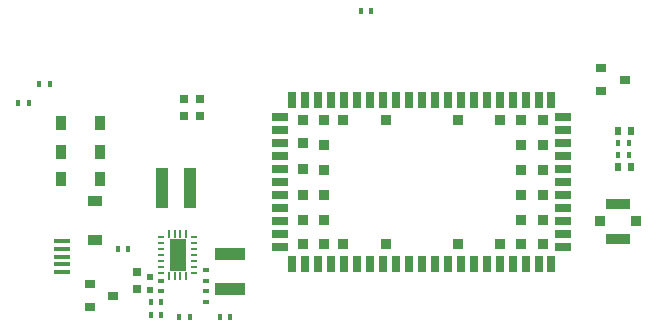
<source format=gbr>
G04 #@! TF.FileFunction,Paste,Top*
%FSLAX46Y46*%
G04 Gerber Fmt 4.6, Leading zero omitted, Abs format (unit mm)*
G04 Created by KiCad (PCBNEW 4.0.7) date Friday, December 01, 2017 'PMt' 04:26:45 PM*
%MOMM*%
%LPD*%
G01*
G04 APERTURE LIST*
%ADD10C,0.100000*%
%ADD11R,1.350000X0.400000*%
%ADD12R,0.600000X0.400000*%
%ADD13R,0.400000X0.600000*%
%ADD14R,0.647600X1.347600*%
%ADD15R,1.347600X0.647600*%
%ADD16R,0.947600X0.947600*%
%ADD17R,0.897600X0.847600*%
%ADD18R,2.047600X0.897600*%
%ADD19R,0.750000X0.800000*%
%ADD20R,0.500000X0.600000*%
%ADD21R,0.600000X0.700000*%
%ADD22R,0.900000X1.200000*%
%ADD23R,1.200000X0.900000*%
%ADD24R,0.980000X3.400000*%
%ADD25R,2.500000X1.000000*%
%ADD26O,0.600000X0.240000*%
%ADD27R,1.427600X2.697600*%
%ADD28R,0.200000X0.775000*%
%ADD29R,0.900000X0.800000*%
G04 APERTURE END LIST*
D10*
D11*
X126207500Y-108547500D03*
X126207500Y-109197500D03*
X126207500Y-109847500D03*
X126207500Y-110497500D03*
X126207500Y-111147500D03*
D12*
X138430000Y-110992500D03*
X138430000Y-111892500D03*
D13*
X152405500Y-89090500D03*
X151505500Y-89090500D03*
D14*
X167654500Y-96618500D03*
X166554500Y-96618500D03*
X165454500Y-96618500D03*
X164354500Y-96618500D03*
X163254500Y-96618500D03*
X162154500Y-96618500D03*
X161054500Y-96618500D03*
X159954500Y-96618500D03*
X158854500Y-96618500D03*
X157754500Y-96618500D03*
X156654500Y-96618500D03*
X155554500Y-96618500D03*
X154454500Y-96618500D03*
X153354500Y-96618500D03*
X152254500Y-96618500D03*
X151154500Y-96618500D03*
X150054500Y-96618500D03*
X148954500Y-96618500D03*
X147854500Y-96618500D03*
X146754500Y-96618500D03*
X145654500Y-96618500D03*
D15*
X144704500Y-98068500D03*
X144704500Y-99168500D03*
X144704500Y-100268500D03*
X144704500Y-101368500D03*
X144704500Y-102468500D03*
X144704500Y-103568500D03*
X144704500Y-104668500D03*
X144704500Y-105768500D03*
X144704500Y-106868500D03*
X144704500Y-107968500D03*
X144704500Y-109068500D03*
D14*
X145654500Y-110518500D03*
X146754500Y-110518500D03*
X147854500Y-110518500D03*
X148954500Y-110518500D03*
X150054500Y-110518500D03*
X151154500Y-110518500D03*
X152254500Y-110518500D03*
X153354500Y-110518500D03*
X154454500Y-110518500D03*
X155554500Y-110518500D03*
X156654500Y-110518500D03*
X157754500Y-110518500D03*
X158854500Y-110518500D03*
X159954500Y-110518500D03*
X161054500Y-110518500D03*
X162154500Y-110518500D03*
X163254500Y-110518500D03*
X164354500Y-110518500D03*
X165454500Y-110518500D03*
X166554500Y-110518500D03*
X167654500Y-110518500D03*
D15*
X168604500Y-109068500D03*
X168604500Y-107968500D03*
X168604500Y-106868500D03*
X168604500Y-105768500D03*
X168604500Y-104668500D03*
X168604500Y-103568500D03*
X168604500Y-102468500D03*
X168604500Y-101368500D03*
X168604500Y-100268500D03*
X168604500Y-99168500D03*
X168604500Y-98068500D03*
D16*
X166904500Y-98318500D03*
X166904500Y-100418500D03*
X166904500Y-102518500D03*
X166904500Y-104618500D03*
X166904500Y-106718500D03*
X166904500Y-108818500D03*
X165104500Y-98318500D03*
X165104500Y-100418500D03*
X165104500Y-102518500D03*
X165104500Y-104618500D03*
X165104500Y-106718500D03*
X165104500Y-108818500D03*
X163304500Y-98318500D03*
X163304500Y-108818500D03*
X159704500Y-98318500D03*
X159704500Y-108818500D03*
X153604500Y-98318500D03*
X153604500Y-108818500D03*
X150004500Y-98318500D03*
X150004500Y-108818500D03*
X148404500Y-98318500D03*
X148404500Y-100418500D03*
X148404500Y-102518500D03*
X148404500Y-104618500D03*
X148404500Y-106718500D03*
X148404500Y-108818500D03*
X146604500Y-98318500D03*
X146604500Y-100268500D03*
X146604500Y-102418500D03*
X146604500Y-104618500D03*
X146604500Y-106718500D03*
X146604500Y-108818500D03*
D12*
X138430000Y-112770500D03*
X138430000Y-113670500D03*
D17*
X171766500Y-106870500D03*
D18*
X173291500Y-108345500D03*
D17*
X174816500Y-106870500D03*
D18*
X173291500Y-105395500D03*
D19*
X132588000Y-112637000D03*
X132588000Y-111137000D03*
D20*
X133667500Y-111591000D03*
X133667500Y-112691000D03*
D21*
X173313000Y-102235000D03*
X174413000Y-102235000D03*
D22*
X129413000Y-98552000D03*
X126113000Y-98552000D03*
X129412000Y-103251000D03*
X126112000Y-103251000D03*
X129412000Y-100965000D03*
X126112000Y-100965000D03*
D23*
X129032000Y-105157000D03*
X129032000Y-108457000D03*
D21*
X173249500Y-99187000D03*
X174349500Y-99187000D03*
D24*
X134705000Y-104013000D03*
X137075000Y-104013000D03*
D13*
X123386000Y-96837500D03*
X122486000Y-96837500D03*
X174186000Y-101219000D03*
X173286000Y-101219000D03*
X124269500Y-95250000D03*
X125169500Y-95250000D03*
D12*
X134620000Y-112781500D03*
X134620000Y-111881500D03*
D13*
X139567500Y-114935000D03*
X140467500Y-114935000D03*
X137038500Y-114935000D03*
X136138500Y-114935000D03*
X174186000Y-100203000D03*
X173286000Y-100203000D03*
D25*
X140398500Y-109625000D03*
X140398500Y-112625000D03*
D13*
X130931500Y-109220000D03*
X131831500Y-109220000D03*
X133731000Y-113728500D03*
X134631000Y-113728500D03*
X133725500Y-114808000D03*
X134625500Y-114808000D03*
D19*
X137922000Y-97968500D03*
X137922000Y-96468500D03*
X136525000Y-97968500D03*
X136525000Y-96468500D03*
D26*
X137393000Y-111212000D03*
X137393000Y-110712000D03*
X137393000Y-110212000D03*
X137393000Y-109712000D03*
X137393000Y-109212000D03*
X137393000Y-108712000D03*
X137393000Y-108212000D03*
X134593000Y-108212000D03*
X134593000Y-108712000D03*
X134593000Y-109212000D03*
X134593000Y-109712000D03*
X134593000Y-110212000D03*
X134593000Y-110712000D03*
X134593000Y-111212000D03*
D27*
X135993000Y-109712000D03*
D28*
X135303000Y-111524500D03*
X135763000Y-111524500D03*
X136223000Y-111524500D03*
X136683000Y-111524500D03*
X136683000Y-107899500D03*
X136223000Y-107899500D03*
X135763000Y-107899500D03*
X135303000Y-107899500D03*
D29*
X171847000Y-93919000D03*
X171847000Y-95819000D03*
X173847000Y-94869000D03*
X128540000Y-112207000D03*
X128540000Y-114107000D03*
X130540000Y-113157000D03*
M02*

</source>
